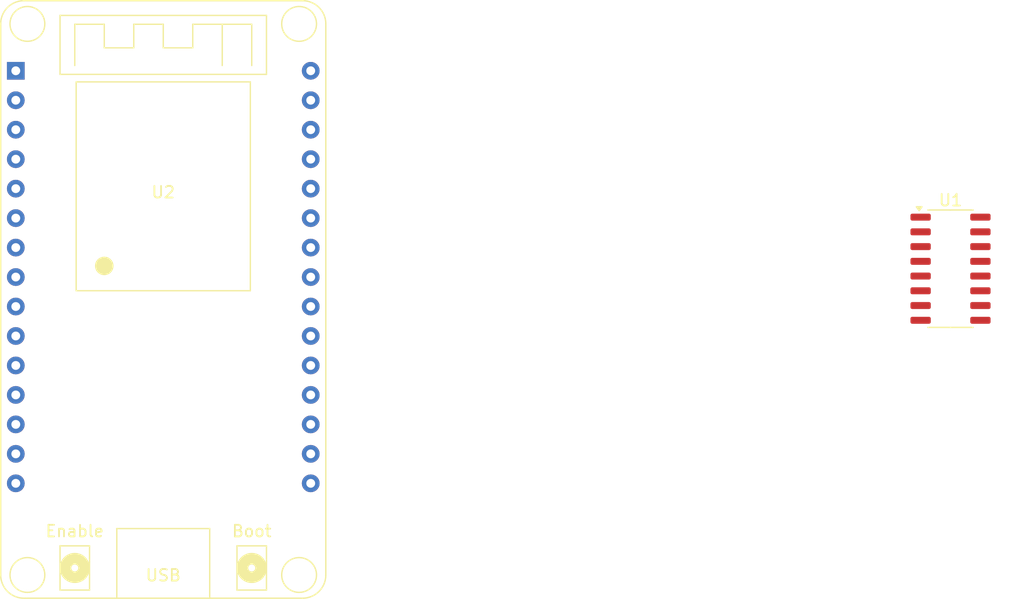
<source format=kicad_pcb>
(kicad_pcb (version 20241229) (generator "pcbnew") (generator_version "9.0")
  (layers (0 "F.Cu" signal) (2 "B.Cu" signal) (13 "F.Paste" user) (15 "B.Paste" user) (5 "F.SilkS" user "F.Silkscreen") (7 "B.SilkS" user "B.Silkscreen") (1 "F.Mask" user) (3 "B.Mask" user) (25 "Edge.Cuts" user))
  (net 0 "")
  (footprint "Package_SO:SO-16_3.9x9.9mm_P1.27mm" (layer "F.Cu") (at 104 61)
    (property "Reference" "U1" (at 0 -5.9 0) (layer "F.SilkS"))
    (property "Value" "Si4732-A10-GS")
    (fp_line (start 0 -5.06) (end -1.95 -5.06) (stroke (width 0.12)) (layer "F.SilkS"))
    (fp_line (start 0 -5.06) (end 1.95 -5.06) (stroke (width 0.12)) (layer "F.SilkS"))
    (fp_line (start 0 5.06) (end -1.95 5.06) (stroke (width 0.12)) (layer "F.SilkS"))
    (fp_line (start 0 5.06) (end 1.95 5.06) (stroke (width 0.12)) (layer "F.SilkS"))
    (fp_poly (pts (xy -2.7 -5.005) (xy -2.94 -5.335) (xy -2.46 -5.335)) (stroke (width 0.12)) (fill yes) (layer "F.SilkS"))
    (pad "1" smd roundrect (at -2.575 -4.445) (size 1.75 0.6) (layers "F.Cu" "F.Mask" "F.Paste"))
    (pad "2" smd roundrect (at -2.575 -3.175) (size 1.75 0.6) (layers "F.Cu" "F.Mask" "F.Paste"))
    (pad "3" smd roundrect (at -2.575 -1.905) (size 1.75 0.6) (layers "F.Cu" "F.Mask" "F.Paste"))
    (pad "4" smd roundrect (at -2.575 -0.635) (size 1.75 0.6) (layers "F.Cu" "F.Mask" "F.Paste"))
    (pad "5" smd roundrect (at -2.575 0.635) (size 1.75 0.6) (layers "F.Cu" "F.Mask" "F.Paste"))
    (pad "6" smd roundrect (at -2.575 1.905) (size 1.75 0.6) (layers "F.Cu" "F.Mask" "F.Paste"))
    (pad "7" smd roundrect (at -2.575 3.175) (size 1.75 0.6) (layers "F.Cu" "F.Mask" "F.Paste"))
    (pad "8" smd roundrect (at -2.575 4.445) (size 1.75 0.6) (layers "F.Cu" "F.Mask" "F.Paste"))
    (pad "9" smd roundrect (at 2.575 4.445) (size 1.75 0.6) (layers "F.Cu" "F.Mask" "F.Paste"))
    (pad "10" smd roundrect (at 2.575 3.175) (size 1.75 0.6) (layers "F.Cu" "F.Mask" "F.Paste"))
    (pad "11" smd roundrect (at 2.575 1.905) (size 1.75 0.6) (layers "F.Cu" "F.Mask" "F.Paste"))
    (pad "12" smd roundrect (at 2.575 0.635) (size 1.75 0.6) (layers "F.Cu" "F.Mask" "F.Paste"))
    (pad "13" smd roundrect (at 2.575 -0.635) (size 1.75 0.6) (layers "F.Cu" "F.Mask" "F.Paste"))
    (pad "14" smd roundrect (at 2.575 -1.905) (size 1.75 0.6) (layers "F.Cu" "F.Mask" "F.Paste"))
    (pad "15" smd roundrect (at 2.575 -3.175) (size 1.75 0.6) (layers "F.Cu" "F.Mask" "F.Paste"))
    (pad "16" smd roundrect (at 2.575 -4.445) (size 1.75 0.6) (layers "F.Cu" "F.Mask" "F.Paste"))
  )
  (footprint "doit-esp32-devkit:esp32_devkit_v1_doit" (layer "F.Cu") (at 36.2 43.94)
    (property "Reference" "U2" (at 0 10.47 0) (layer "F.SilkS"))
    (property "Value" "ESP32_DevKit_V1_DOIT")
    (fp_line (start -14 -4.04) (end -14 43.46) (stroke (width 0.12)) (layer "F.SilkS"))
    (fp_line (start -12 -6.04) (end 12 -6.04) (stroke (width 0.12)) (layer "F.SilkS"))
    (fp_line (start -12 45.46) (end 12 45.46) (stroke (width 0.12)) (layer "F.SilkS"))
    (fp_line (start -8.89 -4.77) (end 8.89 -4.77) (stroke (width 0.12)) (layer "F.SilkS"))
    (fp_line (start -8.89 0.31) (end -8.89 -4.77) (stroke (width 0.12)) (layer "F.SilkS"))
    (fp_line (start -8.89 40.95) (end -6.35 40.95) (stroke (width 0.12)) (layer "F.SilkS"))
    (fp_line (start -8.89 44.76) (end -8.89 40.95) (stroke (width 0.12)) (layer "F.SilkS"))
    (fp_line (start -7.62 -4.008) (end -5.08 -4.008) (stroke (width 0.12)) (layer "F.SilkS"))
    (fp_line (start -7.62 -0.452) (end -7.62 -4.008) (stroke (width 0.12)) (layer "F.SilkS"))
    (fp_line (start -7.5 0.96) (end 7.5 0.96) (stroke (width 0.12)) (layer "F.SilkS"))
    (fp_line (start -7.5 18.96) (end -7.5 0.96) (stroke (width 0.12)) (layer "F.SilkS"))
    (fp_line (start -6.35 40.95) (end -6.35 44.76) (stroke (width 0.12)) (layer "F.SilkS"))
    (fp_line (start -6.35 44.76) (end -8.89 44.76) (stroke (width 0.12)) (layer "F.SilkS"))
    (fp_line (start -5.08 -4.008) (end -5.08 -1.976) (stroke (width 0.12)) (layer "F.SilkS"))
    (fp_line (start -5.08 -1.976) (end -2.54 -1.976) (stroke (width 0.12)) (layer "F.SilkS"))
    (fp_line (start -4 39.46) (end -4 45.46) (stroke (width 0.12)) (layer "F.SilkS"))
    (fp_line (start -4 39.46) (end 4 39.46) (stroke (width 0.12)) (layer "F.SilkS"))
    (fp_line (start -2.54 -4.008) (end 0 -4.008) (stroke (width 0.12)) (layer "F.SilkS"))
    (fp_line (start -2.54 -1.976) (end -2.54 -4.008) (stroke (width 0.12)) (layer "F.SilkS"))
    (fp_line (start 0 -4.008) (end 0 -1.976) (stroke (width 0.12)) (layer "F.SilkS"))
    (fp_line (start 0 -1.976) (end 2.54 -1.976) (stroke (width 0.12)) (layer "F.SilkS"))
    (fp_line (start 2.54 -4.008) (end 7.62 -4.008) (stroke (width 0.12)) (layer "F.SilkS"))
    (fp_line (start 2.54 -1.976) (end 2.54 -4.008) (stroke (width 0.12)) (layer "F.SilkS"))
    (fp_line (start 4 39.46) (end 4 45.46) (stroke (width 0.12)) (layer "F.SilkS"))
    (fp_line (start 5.08 -4.008) (end 5.08 -0.452) (stroke (width 0.12)) (layer "F.SilkS"))
    (fp_line (start 6.35 40.95) (end 8.89 40.95) (stroke (width 0.12)) (layer "F.SilkS"))
    (fp_line (start 6.35 44.76) (end 6.35 40.95) (stroke (width 0.12)) (layer "F.SilkS"))
    (fp_line (start 7.5 0.96) (end 7.5 18.96) (stroke (width 0.12)) (layer "F.SilkS"))
    (fp_line (start 7.5 18.96) (end -7.5 18.96) (stroke (width 0.12)) (layer "F.SilkS"))
    (fp_line (start 7.62 -4.008) (end 7.62 -0.452) (stroke (width 0.12)) (layer "F.SilkS"))
    (fp_line (start 8.89 -4.77) (end 8.89 0.31) (stroke (width 0.12)) (layer "F.SilkS"))
    (fp_line (start 8.89 0.31) (end -8.89 0.31) (stroke (width 0.12)) (layer "F.SilkS"))
    (fp_line (start 8.89 40.95) (end 8.89 44.76) (stroke (width 0.12)) (layer "F.SilkS"))
    (fp_line (start 8.89 44.76) (end 6.35 44.76) (stroke (width 0.12)) (layer "F.SilkS"))
    (fp_line (start 14 43.46) (end 14 -4.04) (stroke (width 0.12)) (layer "F.SilkS"))
    (fp_arc (start -14 -4.04) (mid -13.414214 -5.454214) (end -12 -6.04) (stroke (width 0.12)) (layer "F.SilkS"))
    (fp_arc (start -12 45.46) (mid -13.414214 44.874214) (end -14 43.46) (stroke (width 0.12)) (layer "F.SilkS"))
    (fp_arc (start 12 -6.04) (mid 13.414214 -5.454214) (end 14 -4.04) (stroke (width 0.12)) (layer "F.SilkS"))
    (fp_arc (start 14 43.46) (mid 13.414214 44.874214) (end 12 45.46) (stroke (width 0.12)) (layer "F.SilkS"))
    (fp_circle (center -11.7 -4.04) (end -10.2 -4.04) (stroke (width 0.12)) (fill no) (layer "F.SilkS"))
    (fp_circle (center -11.7 43.46) (end -10.2 43.46) (stroke (width 0.12)) (fill no) (layer "F.SilkS"))
    (fp_circle (center -7.62 42.855) (end -7.32 42.855) (stroke (width 1)) (fill no) (layer "F.SilkS"))
    (fp_circle (center -5.08 16.82) (end -4.68 16.82) (stroke (width 0.8)) (fill no) (layer "F.SilkS"))
    (fp_circle (center 7.62 42.855) (end 7.92 42.855) (stroke (width 1)) (fill no) (layer "F.SilkS"))
    (fp_circle (center 11.7 -4.04) (end 13.2 -4.04) (stroke (width 0.12)) (fill no) (layer "F.SilkS"))
    (fp_circle (center 11.7 43.46) (end 13.2 43.46) (stroke (width 0.12)) (fill no) (layer "F.SilkS"))
    (fp_text user "USB" (at 0 43.49 0) (layer "F.SilkS"))
    (fp_text user "Boot" (at 7.62 39.68 0) (layer "F.SilkS"))
    (fp_text user "Enable" (at -7.62 39.68 0) (layer "F.SilkS"))
    (pad "1" thru_hole rect (at -12.7 0) (size 1.524 1.524) (drill 0.762) (layers "*.Cu" "*.Mask"))
    (pad "2" thru_hole circle (at -12.7 2.54) (size 1.524 1.524) (drill 0.762) (layers "*.Cu" "*.Mask"))
    (pad "3" thru_hole circle (at -12.7 5.08) (size 1.524 1.524) (drill 0.762) (layers "*.Cu" "*.Mask"))
    (pad "4" thru_hole circle (at -12.7 7.62) (size 1.524 1.524) (drill 0.762) (layers "*.Cu" "*.Mask"))
    (pad "5" thru_hole circle (at -12.7 10.16) (size 1.524 1.524) (drill 0.762) (layers "*.Cu" "*.Mask"))
    (pad "6" thru_hole circle (at -12.7 12.7) (size 1.524 1.524) (drill 0.762) (layers "*.Cu" "*.Mask"))
    (pad "7" thru_hole circle (at -12.7 15.24) (size 1.524 1.524) (drill 0.762) (layers "*.Cu" "*.Mask"))
    (pad "8" thru_hole circle (at -12.7 17.78) (size 1.524 1.524) (drill 0.762) (layers "*.Cu" "*.Mask"))
    (pad "9" thru_hole circle (at -12.7 20.32) (size 1.524 1.524) (drill 0.762) (layers "*.Cu" "*.Mask"))
    (pad "10" thru_hole circle (at -12.7 22.86) (size 1.524 1.524) (drill 0.762) (layers "*.Cu" "*.Mask"))
    (pad "11" thru_hole circle (at -12.7 25.4) (size 1.524 1.524) (drill 0.762) (layers "*.Cu" "*.Mask"))
    (pad "12" thru_hole circle (at -12.7 27.94) (size 1.524 1.524) (drill 0.762) (layers "*.Cu" "*.Mask"))
    (pad "13" thru_hole circle (at -12.7 30.48) (size 1.524 1.524) (drill 0.762) (layers "*.Cu" "*.Mask"))
    (pad "14" thru_hole circle (at -12.7 33.02) (size 1.524 1.524) (drill 0.762) (layers "*.Cu" "*.Mask"))
    (pad "15" thru_hole circle (at -12.7 35.56) (size 1.524 1.524) (drill 0.762) (layers "*.Cu" "*.Mask"))
    (pad "16" thru_hole circle (at 12.7 35.56) (size 1.524 1.524) (drill 0.762) (layers "*.Cu" "*.Mask"))
    (pad "17" thru_hole circle (at 12.7 33.02) (size 1.524 1.524) (drill 0.762) (layers "*.Cu" "*.Mask"))
    (pad "18" thru_hole circle (at 12.7 30.48) (size 1.524 1.524) (drill 0.762) (layers "*.Cu" "*.Mask"))
    (pad "19" thru_hole circle (at 12.7 27.94) (size 1.524 1.524) (drill 0.762) (layers "*.Cu" "*.Mask"))
    (pad "20" thru_hole circle (at 12.7 25.4) (size 1.524 1.524) (drill 0.762) (layers "*.Cu" "*.Mask"))
    (pad "21" thru_hole circle (at 12.7 22.86) (size 1.524 1.524) (drill 0.762) (layers "*.Cu" "*.Mask"))
    (pad "22" thru_hole circle (at 12.7 20.32) (size 1.524 1.524) (drill 0.762) (layers "*.Cu" "*.Mask"))
    (pad "23" thru_hole circle (at 12.7 17.78) (size 1.524 1.524) (drill 0.762) (layers "*.Cu" "*.Mask"))
    (pad "24" thru_hole circle (at 12.7 15.24) (size 1.524 1.524) (drill 0.762) (layers "*.Cu" "*.Mask"))
    (pad "25" thru_hole circle (at 12.7 12.7) (size 1.524 1.524) (drill 0.762) (layers "*.Cu" "*.Mask"))
    (pad "26" thru_hole circle (at 12.7 10.16) (size 1.524 1.524) (drill 0.762) (layers "*.Cu" "*.Mask"))
    (pad "27" thru_hole circle (at 12.7 7.62) (size 1.524 1.524) (drill 0.762) (layers "*.Cu" "*.Mask"))
    (pad "28" thru_hole circle (at 12.7 5.08) (size 1.524 1.524) (drill 0.762) (layers "*.Cu" "*.Mask"))
    (pad "29" thru_hole circle (at 12.7 2.54) (size 1.524 1.524) (drill 0.762) (layers "*.Cu" "*.Mask"))
    (pad "30" thru_hole circle (at 12.7 0) (size 1.524 1.524) (drill 0.762) (layers "*.Cu" "*.Mask"))
  )
)
</source>
